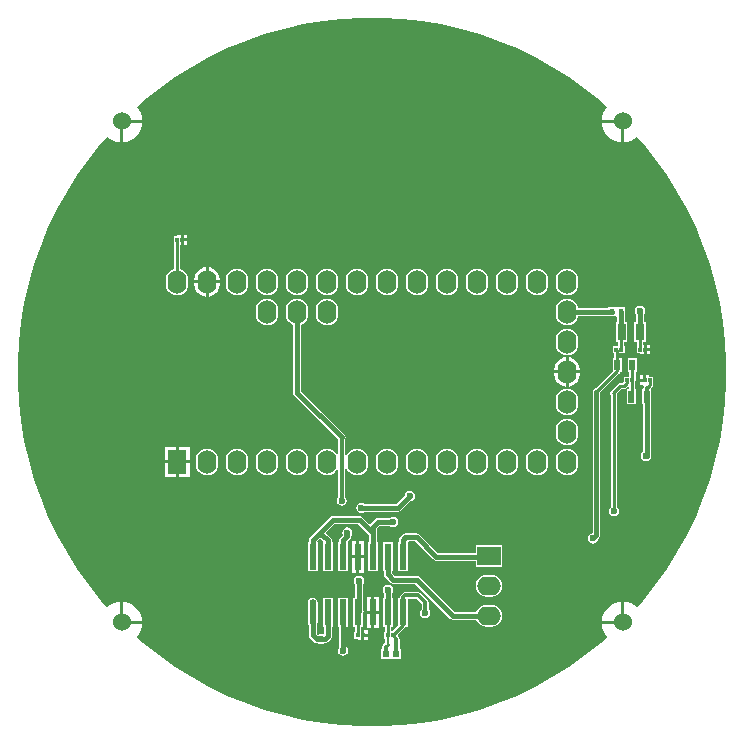
<source format=gtl>
G04*
G04 #@! TF.GenerationSoftware,Altium Limited,Altium Designer,19.1.5 (86)*
G04*
G04 Layer_Physical_Order=1*
G04 Layer_Color=255*
%FSLAX25Y25*%
%MOIN*%
G70*
G01*
G75*
%ADD15C,0.00787*%
%ADD16C,0.01575*%
%ADD20R,0.01181X0.01299*%
%ADD21R,0.01575X0.02165*%
%ADD22O,0.02200X0.08600*%
%ADD23R,0.02200X0.08600*%
%ADD24R,0.02756X0.05709*%
%ADD25R,0.02165X0.02165*%
%ADD26R,0.01968X0.03937*%
%ADD27R,0.01968X0.03543*%
%ADD42C,0.01181*%
%ADD43C,0.00945*%
%ADD44C,0.00866*%
%ADD45C,0.01000*%
%ADD46C,0.01968*%
%ADD47C,0.01457*%
%ADD48C,0.01102*%
%ADD49C,0.01535*%
%ADD50C,0.06000*%
%ADD51R,0.07874X0.06299*%
%ADD52O,0.07874X0.06299*%
%ADD53O,0.06299X0.07874*%
%ADD54R,0.06299X0.07874*%
%ADD55C,0.02362*%
G36*
X9931Y117739D02*
X16517Y116997D01*
X23051Y115886D01*
X29513Y114412D01*
X35881Y112577D01*
X42137Y110388D01*
X48260Y107852D01*
X54232Y104976D01*
X60032Y101770D01*
X65644Y98244D01*
X71050Y94409D01*
X76231Y90276D01*
X78481Y88266D01*
X77747Y87372D01*
X77106Y86172D01*
X76711Y84870D01*
X76627Y84017D01*
X83517D01*
Y83517D01*
X84017D01*
Y76627D01*
X84870Y76711D01*
X86172Y77106D01*
X87372Y77747D01*
X88266Y78481D01*
X90276Y76231D01*
X94409Y71050D01*
X98244Y65644D01*
X101770Y60032D01*
X104976Y54232D01*
X107852Y48260D01*
X110388Y42137D01*
X112577Y35881D01*
X114412Y29513D01*
X115886Y23051D01*
X116997Y16517D01*
X117739Y9931D01*
X118110Y3314D01*
Y0D01*
Y-3314D01*
X117739Y-9931D01*
X116997Y-16517D01*
X115886Y-23051D01*
X114412Y-29513D01*
X112577Y-35882D01*
X110388Y-42137D01*
X107852Y-48260D01*
X104976Y-54232D01*
X101770Y-60032D01*
X98244Y-65644D01*
X94409Y-71050D01*
X90276Y-76231D01*
X88266Y-78481D01*
X87372Y-77747D01*
X86172Y-77106D01*
X84870Y-76711D01*
X84017Y-76627D01*
Y-83517D01*
X83517D01*
Y-84017D01*
X76627D01*
X76711Y-84870D01*
X77106Y-86172D01*
X77747Y-87372D01*
X78481Y-88266D01*
X76231Y-90276D01*
X71050Y-94409D01*
X65644Y-98244D01*
X60032Y-101770D01*
X54232Y-104976D01*
X48260Y-107852D01*
X42137Y-110388D01*
X35881Y-112577D01*
X29513Y-114412D01*
X23051Y-115886D01*
X16517Y-116997D01*
X9931Y-117739D01*
X3314Y-118110D01*
X-3314D01*
X-9931Y-117739D01*
X-16517Y-116997D01*
X-23051Y-115886D01*
X-29513Y-114412D01*
X-35882Y-112577D01*
X-42137Y-110388D01*
X-48260Y-107852D01*
X-54232Y-104976D01*
X-60032Y-101770D01*
X-65644Y-98244D01*
X-71050Y-94409D01*
X-76231Y-90276D01*
X-78481Y-88266D01*
X-77747Y-87372D01*
X-77106Y-86172D01*
X-76711Y-84870D01*
X-76627Y-84017D01*
X-83517D01*
Y-83517D01*
X-84017D01*
Y-76627D01*
X-84870Y-76711D01*
X-86172Y-77106D01*
X-87372Y-77747D01*
X-88266Y-78481D01*
X-90276Y-76231D01*
X-94409Y-71050D01*
X-98244Y-65644D01*
X-101770Y-60032D01*
X-104976Y-54232D01*
X-107852Y-48260D01*
X-110388Y-42137D01*
X-112577Y-35882D01*
X-114412Y-29513D01*
X-115886Y-23051D01*
X-116997Y-16517D01*
X-117739Y-9931D01*
X-118110Y-3314D01*
Y0D01*
Y3314D01*
X-117739Y9931D01*
X-116997Y16517D01*
X-115886Y23051D01*
X-114412Y29513D01*
X-112577Y35881D01*
X-110388Y42137D01*
X-107852Y48260D01*
X-104976Y54232D01*
X-101770Y60032D01*
X-98244Y65644D01*
X-94409Y71050D01*
X-90276Y76231D01*
X-88266Y78481D01*
X-87372Y77747D01*
X-86172Y77106D01*
X-84870Y76711D01*
X-84017Y76627D01*
Y83517D01*
X-83517D01*
Y84017D01*
X-76627D01*
X-76711Y84870D01*
X-77106Y86172D01*
X-77747Y87372D01*
X-78481Y88266D01*
X-76231Y90276D01*
X-71050Y94409D01*
X-65644Y98244D01*
X-60032Y101770D01*
X-54232Y104976D01*
X-48260Y107852D01*
X-42137Y110388D01*
X-35882Y112577D01*
X-29513Y114412D01*
X-23051Y115886D01*
X-16517Y116997D01*
X-9931Y117739D01*
X-3314Y118110D01*
X3314D01*
X9931Y117739D01*
D02*
G37*
%LPC*%
G36*
X83017Y83017D02*
X76627D01*
X76711Y82163D01*
X77106Y80861D01*
X77747Y79662D01*
X78610Y78610D01*
X79662Y77747D01*
X80861Y77106D01*
X82163Y76711D01*
X83017Y76627D01*
Y83017D01*
D02*
G37*
G36*
X-76627D02*
X-83017D01*
Y76627D01*
X-82163Y76711D01*
X-80861Y77106D01*
X-79662Y77747D01*
X-78610Y78610D01*
X-77747Y79662D01*
X-77106Y80861D01*
X-76711Y82163D01*
X-76627Y83017D01*
D02*
G37*
G36*
X-61736Y45744D02*
X-62827D01*
Y44594D01*
X-61736D01*
Y45744D01*
D02*
G37*
G36*
Y43595D02*
X-62827D01*
Y42445D01*
X-61736D01*
Y43595D01*
D02*
G37*
G36*
X-54500Y34907D02*
Y30500D01*
X-50815D01*
Y30787D01*
X-50957Y31871D01*
X-51375Y32880D01*
X-52040Y33747D01*
X-52907Y34412D01*
X-53917Y34830D01*
X-54500Y34907D01*
D02*
G37*
G36*
X-55500Y34907D02*
X-56083Y34830D01*
X-57093Y34412D01*
X-57960Y33747D01*
X-58625Y32880D01*
X-59043Y31871D01*
X-59185Y30787D01*
Y30500D01*
X-55500D01*
Y34907D01*
D02*
G37*
G36*
X65000Y34468D02*
X64047Y34343D01*
X63160Y33975D01*
X62397Y33390D01*
X61812Y32628D01*
X61444Y31740D01*
X61319Y30787D01*
Y29213D01*
X61444Y28260D01*
X61812Y27372D01*
X62397Y26610D01*
X63160Y26025D01*
X64047Y25657D01*
X65000Y25532D01*
X65953Y25657D01*
X66840Y26025D01*
X67603Y26610D01*
X68188Y27372D01*
X68556Y28260D01*
X68681Y29213D01*
Y30787D01*
X68556Y31740D01*
X68188Y32628D01*
X67603Y33390D01*
X66840Y33975D01*
X65953Y34343D01*
X65000Y34468D01*
D02*
G37*
G36*
X55000D02*
X54047Y34343D01*
X53159Y33975D01*
X52397Y33390D01*
X51812Y32628D01*
X51444Y31740D01*
X51319Y30787D01*
Y29213D01*
X51444Y28260D01*
X51812Y27372D01*
X52397Y26610D01*
X53159Y26025D01*
X54047Y25657D01*
X55000Y25532D01*
X55953Y25657D01*
X56840Y26025D01*
X57603Y26610D01*
X58188Y27372D01*
X58556Y28260D01*
X58681Y29213D01*
Y30787D01*
X58556Y31740D01*
X58188Y32628D01*
X57603Y33390D01*
X56840Y33975D01*
X55953Y34343D01*
X55000Y34468D01*
D02*
G37*
G36*
X45000D02*
X44047Y34343D01*
X43159Y33975D01*
X42397Y33390D01*
X41812Y32628D01*
X41444Y31740D01*
X41319Y30787D01*
Y29213D01*
X41444Y28260D01*
X41812Y27372D01*
X42397Y26610D01*
X43159Y26025D01*
X44047Y25657D01*
X45000Y25532D01*
X45953Y25657D01*
X46841Y26025D01*
X47603Y26610D01*
X48188Y27372D01*
X48556Y28260D01*
X48681Y29213D01*
Y30787D01*
X48556Y31740D01*
X48188Y32628D01*
X47603Y33390D01*
X46841Y33975D01*
X45953Y34343D01*
X45000Y34468D01*
D02*
G37*
G36*
X35000D02*
X34047Y34343D01*
X33159Y33975D01*
X32397Y33390D01*
X31812Y32628D01*
X31444Y31740D01*
X31319Y30787D01*
Y29213D01*
X31444Y28260D01*
X31812Y27372D01*
X32397Y26610D01*
X33159Y26025D01*
X34047Y25657D01*
X35000Y25532D01*
X35953Y25657D01*
X36841Y26025D01*
X37603Y26610D01*
X38188Y27372D01*
X38556Y28260D01*
X38681Y29213D01*
Y30787D01*
X38556Y31740D01*
X38188Y32628D01*
X37603Y33390D01*
X36841Y33975D01*
X35953Y34343D01*
X35000Y34468D01*
D02*
G37*
G36*
X25000D02*
X24047Y34343D01*
X23159Y33975D01*
X22397Y33390D01*
X21812Y32628D01*
X21444Y31740D01*
X21319Y30787D01*
Y29213D01*
X21444Y28260D01*
X21812Y27372D01*
X22397Y26610D01*
X23159Y26025D01*
X24047Y25657D01*
X25000Y25532D01*
X25953Y25657D01*
X26841Y26025D01*
X27603Y26610D01*
X28188Y27372D01*
X28556Y28260D01*
X28681Y29213D01*
Y30787D01*
X28556Y31740D01*
X28188Y32628D01*
X27603Y33390D01*
X26841Y33975D01*
X25953Y34343D01*
X25000Y34468D01*
D02*
G37*
G36*
X15000D02*
X14047Y34343D01*
X13160Y33975D01*
X12397Y33390D01*
X11812Y32628D01*
X11444Y31740D01*
X11319Y30787D01*
Y29213D01*
X11444Y28260D01*
X11812Y27372D01*
X12397Y26610D01*
X13160Y26025D01*
X14047Y25657D01*
X15000Y25532D01*
X15953Y25657D01*
X16840Y26025D01*
X17603Y26610D01*
X18188Y27372D01*
X18556Y28260D01*
X18681Y29213D01*
Y30787D01*
X18556Y31740D01*
X18188Y32628D01*
X17603Y33390D01*
X16840Y33975D01*
X15953Y34343D01*
X15000Y34468D01*
D02*
G37*
G36*
X5000D02*
X4047Y34343D01*
X3159Y33975D01*
X2397Y33390D01*
X1812Y32628D01*
X1444Y31740D01*
X1319Y30787D01*
Y29213D01*
X1444Y28260D01*
X1812Y27372D01*
X2397Y26610D01*
X3159Y26025D01*
X4047Y25657D01*
X5000Y25532D01*
X5953Y25657D01*
X6841Y26025D01*
X7603Y26610D01*
X8188Y27372D01*
X8556Y28260D01*
X8681Y29213D01*
Y30787D01*
X8556Y31740D01*
X8188Y32628D01*
X7603Y33390D01*
X6841Y33975D01*
X5953Y34343D01*
X5000Y34468D01*
D02*
G37*
G36*
X-5000D02*
X-5953Y34343D01*
X-6841Y33975D01*
X-7603Y33390D01*
X-8188Y32628D01*
X-8556Y31740D01*
X-8681Y30787D01*
Y29213D01*
X-8556Y28260D01*
X-8188Y27372D01*
X-7603Y26610D01*
X-6841Y26025D01*
X-5953Y25657D01*
X-5000Y25532D01*
X-4047Y25657D01*
X-3159Y26025D01*
X-2397Y26610D01*
X-1812Y27372D01*
X-1444Y28260D01*
X-1319Y29213D01*
Y30787D01*
X-1444Y31740D01*
X-1812Y32628D01*
X-2397Y33390D01*
X-3159Y33975D01*
X-4047Y34343D01*
X-5000Y34468D01*
D02*
G37*
G36*
X-15000D02*
X-15953Y34343D01*
X-16840Y33975D01*
X-17603Y33390D01*
X-18188Y32628D01*
X-18556Y31740D01*
X-18681Y30787D01*
Y29213D01*
X-18556Y28260D01*
X-18188Y27372D01*
X-17603Y26610D01*
X-16840Y26025D01*
X-15953Y25657D01*
X-15000Y25532D01*
X-14047Y25657D01*
X-13160Y26025D01*
X-12397Y26610D01*
X-11812Y27372D01*
X-11444Y28260D01*
X-11319Y29213D01*
Y30787D01*
X-11444Y31740D01*
X-11812Y32628D01*
X-12397Y33390D01*
X-13160Y33975D01*
X-14047Y34343D01*
X-15000Y34468D01*
D02*
G37*
G36*
X-25000D02*
X-25953Y34343D01*
X-26841Y33975D01*
X-27603Y33390D01*
X-28188Y32628D01*
X-28556Y31740D01*
X-28681Y30787D01*
Y29213D01*
X-28556Y28260D01*
X-28188Y27372D01*
X-27603Y26610D01*
X-26841Y26025D01*
X-25953Y25657D01*
X-25000Y25532D01*
X-24047Y25657D01*
X-23159Y26025D01*
X-22397Y26610D01*
X-21812Y27372D01*
X-21444Y28260D01*
X-21319Y29213D01*
Y30787D01*
X-21444Y31740D01*
X-21812Y32628D01*
X-22397Y33390D01*
X-23159Y33975D01*
X-24047Y34343D01*
X-25000Y34468D01*
D02*
G37*
G36*
X-35000D02*
X-35953Y34343D01*
X-36841Y33975D01*
X-37603Y33390D01*
X-38188Y32628D01*
X-38556Y31740D01*
X-38681Y30787D01*
Y29213D01*
X-38556Y28260D01*
X-38188Y27372D01*
X-37603Y26610D01*
X-36841Y26025D01*
X-35953Y25657D01*
X-35000Y25532D01*
X-34047Y25657D01*
X-33159Y26025D01*
X-32397Y26610D01*
X-31812Y27372D01*
X-31444Y28260D01*
X-31319Y29213D01*
Y30787D01*
X-31444Y31740D01*
X-31812Y32628D01*
X-32397Y33390D01*
X-33159Y33975D01*
X-34047Y34343D01*
X-35000Y34468D01*
D02*
G37*
G36*
X-45000D02*
X-45953Y34343D01*
X-46841Y33975D01*
X-47603Y33390D01*
X-48188Y32628D01*
X-48556Y31740D01*
X-48681Y30787D01*
Y29213D01*
X-48556Y28260D01*
X-48188Y27372D01*
X-47603Y26610D01*
X-46841Y26025D01*
X-45953Y25657D01*
X-45000Y25532D01*
X-44047Y25657D01*
X-43159Y26025D01*
X-42397Y26610D01*
X-41812Y27372D01*
X-41444Y28260D01*
X-41319Y29213D01*
Y30787D01*
X-41444Y31740D01*
X-41812Y32628D01*
X-42397Y33390D01*
X-43159Y33975D01*
X-44047Y34343D01*
X-45000Y34468D01*
D02*
G37*
G36*
X-63827Y45744D02*
X-64917D01*
Y45244D01*
X-66110D01*
Y42945D01*
X-66020D01*
Y34315D01*
X-66840Y33975D01*
X-67603Y33390D01*
X-68188Y32628D01*
X-68556Y31740D01*
X-68681Y30787D01*
Y29213D01*
X-68556Y28260D01*
X-68188Y27372D01*
X-67603Y26610D01*
X-66840Y26025D01*
X-65953Y25657D01*
X-65000Y25532D01*
X-64047Y25657D01*
X-63160Y26025D01*
X-62397Y26610D01*
X-61812Y27372D01*
X-61444Y28260D01*
X-61319Y29213D01*
Y30787D01*
X-61444Y31740D01*
X-61812Y32628D01*
X-62397Y33390D01*
X-63160Y33975D01*
X-63980Y34315D01*
Y42445D01*
X-63827D01*
Y44094D01*
Y45744D01*
D02*
G37*
G36*
X-50815Y29500D02*
X-54500D01*
Y25093D01*
X-53917Y25170D01*
X-52907Y25588D01*
X-52040Y26253D01*
X-51375Y27120D01*
X-50957Y28129D01*
X-50815Y29213D01*
Y29500D01*
D02*
G37*
G36*
X-55500D02*
X-59185D01*
Y29213D01*
X-59043Y28129D01*
X-58625Y27120D01*
X-57960Y26253D01*
X-57093Y25588D01*
X-56083Y25170D01*
X-55500Y25093D01*
Y29500D01*
D02*
G37*
G36*
X-15000Y24468D02*
X-15953Y24343D01*
X-16840Y23975D01*
X-17603Y23390D01*
X-18188Y22628D01*
X-18556Y21740D01*
X-18681Y20787D01*
Y19213D01*
X-18556Y18260D01*
X-18188Y17372D01*
X-17603Y16610D01*
X-16840Y16025D01*
X-15953Y15657D01*
X-15000Y15531D01*
X-14047Y15657D01*
X-13160Y16025D01*
X-12397Y16610D01*
X-11812Y17372D01*
X-11444Y18260D01*
X-11319Y19213D01*
Y20787D01*
X-11444Y21740D01*
X-11812Y22628D01*
X-12397Y23390D01*
X-13160Y23975D01*
X-14047Y24343D01*
X-15000Y24468D01*
D02*
G37*
G36*
X-35000D02*
X-35953Y24343D01*
X-36841Y23975D01*
X-37603Y23390D01*
X-38188Y22628D01*
X-38556Y21740D01*
X-38681Y20787D01*
Y19213D01*
X-38556Y18260D01*
X-38188Y17372D01*
X-37603Y16610D01*
X-36841Y16025D01*
X-35953Y15657D01*
X-35000Y15531D01*
X-34047Y15657D01*
X-33159Y16025D01*
X-32397Y16610D01*
X-31812Y17372D01*
X-31444Y18260D01*
X-31319Y19213D01*
Y20787D01*
X-31444Y21740D01*
X-31812Y22628D01*
X-32397Y23390D01*
X-33159Y23975D01*
X-34047Y24343D01*
X-35000Y24468D01*
D02*
G37*
G36*
X92614Y9130D02*
X91524D01*
Y7980D01*
X92614D01*
Y9130D01*
D02*
G37*
G36*
Y6980D02*
X91524D01*
Y5831D01*
X92614D01*
Y6980D01*
D02*
G37*
G36*
X89272Y22088D02*
X88616Y21958D01*
X88060Y21586D01*
X87688Y21030D01*
X87558Y20374D01*
X87688Y19718D01*
X87959Y19313D01*
Y16740D01*
X87394D01*
Y10031D01*
X88252D01*
Y8630D01*
X88240D01*
Y6331D01*
X89433D01*
Y5831D01*
X90524D01*
Y7480D01*
Y9130D01*
X90291D01*
Y10031D01*
X91150D01*
Y16740D01*
X90584D01*
Y19313D01*
X90855Y19718D01*
X90986Y20374D01*
X90855Y21030D01*
X90484Y21586D01*
X89928Y21958D01*
X89272Y22088D01*
D02*
G37*
G36*
X65000Y14469D02*
X64047Y14343D01*
X63160Y13975D01*
X62397Y13390D01*
X61812Y12628D01*
X61444Y11740D01*
X61319Y10787D01*
Y9213D01*
X61444Y8260D01*
X61812Y7372D01*
X62397Y6610D01*
X63160Y6025D01*
X64047Y5657D01*
X65000Y5531D01*
X65953Y5657D01*
X66840Y6025D01*
X67603Y6610D01*
X68188Y7372D01*
X68556Y8260D01*
X68681Y9213D01*
Y10787D01*
X68556Y11740D01*
X68188Y12628D01*
X67603Y13390D01*
X66840Y13975D01*
X65953Y14343D01*
X65000Y14469D01*
D02*
G37*
G36*
X65500Y4907D02*
Y500D01*
X69185D01*
Y787D01*
X69043Y1871D01*
X68625Y2880D01*
X67959Y3747D01*
X67093Y4412D01*
X66083Y4830D01*
X65500Y4907D01*
D02*
G37*
G36*
X64500Y4907D02*
X63917Y4830D01*
X62907Y4412D01*
X62041Y3747D01*
X61375Y2880D01*
X60957Y1871D01*
X60815Y787D01*
Y500D01*
X64500D01*
Y4907D01*
D02*
G37*
G36*
X90386Y-1106D02*
X89295D01*
Y-2256D01*
X90386D01*
Y-1106D01*
D02*
G37*
G36*
X64500Y-500D02*
X60815D01*
Y-787D01*
X60957Y-1871D01*
X61375Y-2880D01*
X62041Y-3747D01*
X62907Y-4412D01*
X63917Y-4830D01*
X64500Y-4907D01*
Y-500D01*
D02*
G37*
G36*
X69185D02*
X65500D01*
Y-4907D01*
X66083Y-4830D01*
X67093Y-4412D01*
X67959Y-3747D01*
X68625Y-2880D01*
X69043Y-1871D01*
X69185Y-787D01*
Y-500D01*
D02*
G37*
G36*
X92476Y-1106D02*
X91386D01*
Y-2756D01*
X90886D01*
Y-3256D01*
X89295D01*
Y-4405D01*
X90230D01*
X90507Y-4888D01*
X90505Y-4905D01*
X90424Y-5315D01*
Y-5799D01*
X90051D01*
Y-10736D01*
X90223D01*
Y-26676D01*
X90127Y-26741D01*
X89755Y-27297D01*
X89625Y-27953D01*
X89755Y-28609D01*
X90127Y-29165D01*
X90683Y-29536D01*
X91339Y-29667D01*
X91995Y-29536D01*
X92551Y-29165D01*
X92922Y-28609D01*
X93053Y-27953D01*
X92922Y-27297D01*
X92848Y-27186D01*
Y-10736D01*
X93020D01*
Y-5799D01*
X93020D01*
X93053Y-5313D01*
X93278Y-5089D01*
X93510Y-4741D01*
X93584Y-4370D01*
X93591Y-4331D01*
X93669Y-3906D01*
X93669Y-3906D01*
Y-1606D01*
X92476D01*
Y-1106D01*
D02*
G37*
G36*
X88295Y4634D02*
X85327D01*
Y91D01*
X85791D01*
Y-1606D01*
X83890D01*
Y-3291D01*
X83476Y-3705D01*
X82677D01*
X82287Y-3782D01*
X81956Y-4003D01*
X79594Y-6366D01*
X79373Y-6696D01*
X79295Y-7087D01*
X79373Y-7477D01*
X79594Y-7808D01*
X79689Y-7903D01*
Y-45116D01*
X79497Y-45245D01*
X79125Y-45801D01*
X78995Y-46457D01*
X79125Y-47113D01*
X79497Y-47669D01*
X80053Y-48040D01*
X80709Y-48171D01*
X81365Y-48040D01*
X81921Y-47669D01*
X82292Y-47113D01*
X82423Y-46457D01*
X82292Y-45801D01*
X81921Y-45245D01*
X81728Y-45116D01*
Y-7480D01*
X81668Y-7176D01*
X83100Y-5744D01*
X83858D01*
X84249Y-5666D01*
X84579Y-5445D01*
X84659Y-5326D01*
X85161Y-4824D01*
X85623Y-5015D01*
Y-5799D01*
X84933D01*
Y-10736D01*
X87902D01*
Y-5799D01*
X87606D01*
Y-3906D01*
X87764D01*
Y-2895D01*
X87831Y-2559D01*
Y91D01*
X88295D01*
Y4634D01*
D02*
G37*
G36*
X65000Y-5531D02*
X64047Y-5657D01*
X63160Y-6025D01*
X62397Y-6610D01*
X61812Y-7372D01*
X61444Y-8260D01*
X61319Y-9213D01*
Y-10787D01*
X61444Y-11740D01*
X61812Y-12628D01*
X62397Y-13390D01*
X63160Y-13975D01*
X64047Y-14343D01*
X65000Y-14469D01*
X65953Y-14343D01*
X66840Y-13975D01*
X67603Y-13390D01*
X68188Y-12628D01*
X68556Y-11740D01*
X68681Y-10787D01*
Y-9213D01*
X68556Y-8260D01*
X68188Y-7372D01*
X67603Y-6610D01*
X66840Y-6025D01*
X65953Y-5657D01*
X65000Y-5531D01*
D02*
G37*
G36*
Y-15531D02*
X64047Y-15657D01*
X63160Y-16025D01*
X62397Y-16610D01*
X61812Y-17372D01*
X61444Y-18260D01*
X61319Y-19213D01*
Y-20787D01*
X61444Y-21740D01*
X61812Y-22628D01*
X62397Y-23390D01*
X63160Y-23975D01*
X64047Y-24343D01*
X65000Y-24468D01*
X65953Y-24343D01*
X66840Y-23975D01*
X67603Y-23390D01*
X68188Y-22628D01*
X68556Y-21740D01*
X68681Y-20787D01*
Y-19213D01*
X68556Y-18260D01*
X68188Y-17372D01*
X67603Y-16610D01*
X66840Y-16025D01*
X65953Y-15657D01*
X65000Y-15531D01*
D02*
G37*
G36*
X-25000Y24468D02*
X-25953Y24343D01*
X-26841Y23975D01*
X-27603Y23390D01*
X-28188Y22628D01*
X-28556Y21740D01*
X-28681Y20787D01*
Y19213D01*
X-28556Y18260D01*
X-28188Y17372D01*
X-27603Y16610D01*
X-26841Y16025D01*
X-26313Y15806D01*
Y-6890D01*
X-26213Y-7392D01*
X-25928Y-7818D01*
X-11374Y-22372D01*
Y-27156D01*
X-11557Y-27246D01*
X-11874Y-27291D01*
X-12397Y-26610D01*
X-13160Y-26025D01*
X-14047Y-25657D01*
X-15000Y-25532D01*
X-15953Y-25657D01*
X-16840Y-26025D01*
X-17603Y-26610D01*
X-18188Y-27372D01*
X-18556Y-28260D01*
X-18681Y-29213D01*
Y-30787D01*
X-18556Y-31740D01*
X-18188Y-32628D01*
X-17603Y-33390D01*
X-16840Y-33975D01*
X-15953Y-34343D01*
X-15000Y-34468D01*
X-14047Y-34343D01*
X-13160Y-33975D01*
X-12397Y-33390D01*
X-11874Y-32709D01*
X-11557Y-32754D01*
X-11374Y-32844D01*
Y-41762D01*
X-11706Y-42257D01*
X-11836Y-42913D01*
X-11706Y-43569D01*
X-11334Y-44125D01*
X-10778Y-44497D01*
X-10122Y-44627D01*
X-9466Y-44497D01*
X-8910Y-44125D01*
X-8539Y-43569D01*
X-8408Y-42913D01*
X-8539Y-42257D01*
X-8870Y-41762D01*
Y-32289D01*
X-8370Y-32189D01*
X-8188Y-32628D01*
X-7603Y-33390D01*
X-6841Y-33975D01*
X-5953Y-34343D01*
X-5000Y-34468D01*
X-4047Y-34343D01*
X-3159Y-33975D01*
X-2397Y-33390D01*
X-1812Y-32628D01*
X-1444Y-31740D01*
X-1319Y-30787D01*
Y-29213D01*
X-1444Y-28260D01*
X-1812Y-27372D01*
X-2397Y-26610D01*
X-3159Y-26025D01*
X-4047Y-25657D01*
X-5000Y-25532D01*
X-5953Y-25657D01*
X-6841Y-26025D01*
X-7603Y-26610D01*
X-8188Y-27372D01*
X-8370Y-27811D01*
X-8870Y-27711D01*
Y-22070D01*
X-8809Y-21768D01*
X-8909Y-21265D01*
X-9194Y-20840D01*
X-23687Y-6346D01*
Y15806D01*
X-23159Y16025D01*
X-22397Y16610D01*
X-21812Y17372D01*
X-21444Y18260D01*
X-21319Y19213D01*
Y20787D01*
X-21444Y21740D01*
X-21812Y22628D01*
X-22397Y23390D01*
X-23159Y23975D01*
X-24047Y24343D01*
X-25000Y24468D01*
D02*
G37*
G36*
X-60850Y-25063D02*
X-64500D01*
Y-29500D01*
X-60850D01*
Y-25063D01*
D02*
G37*
G36*
X-65500D02*
X-69150D01*
Y-29500D01*
X-65500D01*
Y-25063D01*
D02*
G37*
G36*
X65000Y-25532D02*
X64047Y-25657D01*
X63160Y-26025D01*
X62397Y-26610D01*
X61812Y-27372D01*
X61444Y-28260D01*
X61319Y-29213D01*
Y-30787D01*
X61444Y-31740D01*
X61812Y-32628D01*
X62397Y-33390D01*
X63160Y-33975D01*
X64047Y-34343D01*
X65000Y-34468D01*
X65953Y-34343D01*
X66840Y-33975D01*
X67603Y-33390D01*
X68188Y-32628D01*
X68556Y-31740D01*
X68681Y-30787D01*
Y-29213D01*
X68556Y-28260D01*
X68188Y-27372D01*
X67603Y-26610D01*
X66840Y-26025D01*
X65953Y-25657D01*
X65000Y-25532D01*
D02*
G37*
G36*
X55000D02*
X54047Y-25657D01*
X53159Y-26025D01*
X52397Y-26610D01*
X51812Y-27372D01*
X51444Y-28260D01*
X51319Y-29213D01*
Y-30787D01*
X51444Y-31740D01*
X51812Y-32628D01*
X52397Y-33390D01*
X53159Y-33975D01*
X54047Y-34343D01*
X55000Y-34468D01*
X55953Y-34343D01*
X56840Y-33975D01*
X57603Y-33390D01*
X58188Y-32628D01*
X58556Y-31740D01*
X58681Y-30787D01*
Y-29213D01*
X58556Y-28260D01*
X58188Y-27372D01*
X57603Y-26610D01*
X56840Y-26025D01*
X55953Y-25657D01*
X55000Y-25532D01*
D02*
G37*
G36*
X45000D02*
X44047Y-25657D01*
X43159Y-26025D01*
X42397Y-26610D01*
X41812Y-27372D01*
X41444Y-28260D01*
X41319Y-29213D01*
Y-30787D01*
X41444Y-31740D01*
X41812Y-32628D01*
X42397Y-33390D01*
X43159Y-33975D01*
X44047Y-34343D01*
X45000Y-34468D01*
X45953Y-34343D01*
X46841Y-33975D01*
X47603Y-33390D01*
X48188Y-32628D01*
X48556Y-31740D01*
X48681Y-30787D01*
Y-29213D01*
X48556Y-28260D01*
X48188Y-27372D01*
X47603Y-26610D01*
X46841Y-26025D01*
X45953Y-25657D01*
X45000Y-25532D01*
D02*
G37*
G36*
X35000D02*
X34047Y-25657D01*
X33159Y-26025D01*
X32397Y-26610D01*
X31812Y-27372D01*
X31444Y-28260D01*
X31319Y-29213D01*
Y-30787D01*
X31444Y-31740D01*
X31812Y-32628D01*
X32397Y-33390D01*
X33159Y-33975D01*
X34047Y-34343D01*
X35000Y-34468D01*
X35953Y-34343D01*
X36841Y-33975D01*
X37603Y-33390D01*
X38188Y-32628D01*
X38556Y-31740D01*
X38681Y-30787D01*
Y-29213D01*
X38556Y-28260D01*
X38188Y-27372D01*
X37603Y-26610D01*
X36841Y-26025D01*
X35953Y-25657D01*
X35000Y-25532D01*
D02*
G37*
G36*
X25000D02*
X24047Y-25657D01*
X23159Y-26025D01*
X22397Y-26610D01*
X21812Y-27372D01*
X21444Y-28260D01*
X21319Y-29213D01*
Y-30787D01*
X21444Y-31740D01*
X21812Y-32628D01*
X22397Y-33390D01*
X23159Y-33975D01*
X24047Y-34343D01*
X25000Y-34468D01*
X25953Y-34343D01*
X26841Y-33975D01*
X27603Y-33390D01*
X28188Y-32628D01*
X28556Y-31740D01*
X28681Y-30787D01*
Y-29213D01*
X28556Y-28260D01*
X28188Y-27372D01*
X27603Y-26610D01*
X26841Y-26025D01*
X25953Y-25657D01*
X25000Y-25532D01*
D02*
G37*
G36*
X15000D02*
X14047Y-25657D01*
X13160Y-26025D01*
X12397Y-26610D01*
X11812Y-27372D01*
X11444Y-28260D01*
X11319Y-29213D01*
Y-30787D01*
X11444Y-31740D01*
X11812Y-32628D01*
X12397Y-33390D01*
X13160Y-33975D01*
X14047Y-34343D01*
X15000Y-34468D01*
X15953Y-34343D01*
X16840Y-33975D01*
X17603Y-33390D01*
X18188Y-32628D01*
X18556Y-31740D01*
X18681Y-30787D01*
Y-29213D01*
X18556Y-28260D01*
X18188Y-27372D01*
X17603Y-26610D01*
X16840Y-26025D01*
X15953Y-25657D01*
X15000Y-25532D01*
D02*
G37*
G36*
X5000D02*
X4047Y-25657D01*
X3159Y-26025D01*
X2397Y-26610D01*
X1812Y-27372D01*
X1444Y-28260D01*
X1319Y-29213D01*
Y-30787D01*
X1444Y-31740D01*
X1812Y-32628D01*
X2397Y-33390D01*
X3159Y-33975D01*
X4047Y-34343D01*
X5000Y-34468D01*
X5953Y-34343D01*
X6841Y-33975D01*
X7603Y-33390D01*
X8188Y-32628D01*
X8556Y-31740D01*
X8681Y-30787D01*
Y-29213D01*
X8556Y-28260D01*
X8188Y-27372D01*
X7603Y-26610D01*
X6841Y-26025D01*
X5953Y-25657D01*
X5000Y-25532D01*
D02*
G37*
G36*
X-25000D02*
X-25953Y-25657D01*
X-26841Y-26025D01*
X-27603Y-26610D01*
X-28188Y-27372D01*
X-28556Y-28260D01*
X-28681Y-29213D01*
Y-30787D01*
X-28556Y-31740D01*
X-28188Y-32628D01*
X-27603Y-33390D01*
X-26841Y-33975D01*
X-25953Y-34343D01*
X-25000Y-34468D01*
X-24047Y-34343D01*
X-23159Y-33975D01*
X-22397Y-33390D01*
X-21812Y-32628D01*
X-21444Y-31740D01*
X-21319Y-30787D01*
Y-29213D01*
X-21444Y-28260D01*
X-21812Y-27372D01*
X-22397Y-26610D01*
X-23159Y-26025D01*
X-24047Y-25657D01*
X-25000Y-25532D01*
D02*
G37*
G36*
X-35000D02*
X-35953Y-25657D01*
X-36841Y-26025D01*
X-37603Y-26610D01*
X-38188Y-27372D01*
X-38556Y-28260D01*
X-38681Y-29213D01*
Y-30787D01*
X-38556Y-31740D01*
X-38188Y-32628D01*
X-37603Y-33390D01*
X-36841Y-33975D01*
X-35953Y-34343D01*
X-35000Y-34468D01*
X-34047Y-34343D01*
X-33159Y-33975D01*
X-32397Y-33390D01*
X-31812Y-32628D01*
X-31444Y-31740D01*
X-31319Y-30787D01*
Y-29213D01*
X-31444Y-28260D01*
X-31812Y-27372D01*
X-32397Y-26610D01*
X-33159Y-26025D01*
X-34047Y-25657D01*
X-35000Y-25532D01*
D02*
G37*
G36*
X-45000D02*
X-45953Y-25657D01*
X-46841Y-26025D01*
X-47603Y-26610D01*
X-48188Y-27372D01*
X-48556Y-28260D01*
X-48681Y-29213D01*
Y-30787D01*
X-48556Y-31740D01*
X-48188Y-32628D01*
X-47603Y-33390D01*
X-46841Y-33975D01*
X-45953Y-34343D01*
X-45000Y-34468D01*
X-44047Y-34343D01*
X-43159Y-33975D01*
X-42397Y-33390D01*
X-41812Y-32628D01*
X-41444Y-31740D01*
X-41319Y-30787D01*
Y-29213D01*
X-41444Y-28260D01*
X-41812Y-27372D01*
X-42397Y-26610D01*
X-43159Y-26025D01*
X-44047Y-25657D01*
X-45000Y-25532D01*
D02*
G37*
G36*
X-55000D02*
X-55953Y-25657D01*
X-56840Y-26025D01*
X-57603Y-26610D01*
X-58188Y-27372D01*
X-58556Y-28260D01*
X-58681Y-29213D01*
Y-30787D01*
X-58556Y-31740D01*
X-58188Y-32628D01*
X-57603Y-33390D01*
X-56840Y-33975D01*
X-55953Y-34343D01*
X-55000Y-34468D01*
X-54047Y-34343D01*
X-53159Y-33975D01*
X-52397Y-33390D01*
X-51812Y-32628D01*
X-51444Y-31740D01*
X-51319Y-30787D01*
Y-29213D01*
X-51444Y-28260D01*
X-51812Y-27372D01*
X-52397Y-26610D01*
X-53159Y-26025D01*
X-54047Y-25657D01*
X-55000Y-25532D01*
D02*
G37*
G36*
X-60850Y-30500D02*
X-64500D01*
Y-34937D01*
X-60850D01*
Y-30500D01*
D02*
G37*
G36*
X-65500D02*
X-69150D01*
Y-34937D01*
X-65500D01*
Y-30500D01*
D02*
G37*
G36*
X12598Y-39625D02*
X11942Y-39755D01*
X11386Y-40127D01*
X11015Y-40683D01*
X10920Y-41161D01*
X8118Y-43963D01*
X-2482D01*
X-2887Y-43692D01*
X-3543Y-43562D01*
X-4199Y-43692D01*
X-4755Y-44064D01*
X-5127Y-44620D01*
X-5257Y-45276D01*
X-5127Y-45932D01*
X-4755Y-46488D01*
X-4199Y-46859D01*
X-3543Y-46990D01*
X-2887Y-46859D01*
X-2482Y-46588D01*
X8661D01*
X9164Y-46488D01*
X9590Y-46204D01*
X12776Y-43017D01*
X13254Y-42922D01*
X13810Y-42551D01*
X14182Y-41995D01*
X14312Y-41339D01*
X14182Y-40683D01*
X13810Y-40127D01*
X13254Y-39755D01*
X12598Y-39625D01*
D02*
G37*
G36*
X-4150Y-48081D02*
X-13173D01*
X-13676Y-48181D01*
X-14101Y-48465D01*
X-19038Y-53403D01*
X-20653Y-55017D01*
X-20937Y-55443D01*
X-21037Y-55945D01*
Y-56766D01*
X-21324D01*
Y-66366D01*
X-18124D01*
Y-56766D01*
X-18124D01*
X-18189Y-56266D01*
X-17567Y-55643D01*
X-17079D01*
X-16418Y-56305D01*
X-16324Y-56766D01*
X-16324D01*
Y-66366D01*
X-13124D01*
Y-56766D01*
X-13412D01*
Y-56142D01*
X-13512Y-55639D01*
X-13796Y-55214D01*
X-15466Y-53543D01*
X-12630Y-50706D01*
X-4693D01*
X-1037Y-54363D01*
Y-56766D01*
X-1324D01*
Y-66366D01*
X1876D01*
Y-56766D01*
X1588D01*
Y-55254D01*
X1606Y-55227D01*
X1706Y-54724D01*
Y-52118D01*
X2512Y-51313D01*
X6025D01*
X6431Y-51584D01*
X7087Y-51714D01*
X7743Y-51584D01*
X8299Y-51212D01*
X8670Y-50656D01*
X8801Y-50000D01*
X8670Y-49344D01*
X8299Y-48788D01*
X7743Y-48416D01*
X7087Y-48286D01*
X6431Y-48416D01*
X6025Y-48687D01*
X1969D01*
X1466Y-48787D01*
X1040Y-49072D01*
X-534Y-50647D01*
X-995Y-50692D01*
X-3221Y-48465D01*
X-3647Y-48181D01*
X-4150Y-48081D01*
D02*
G37*
G36*
X-8268Y-51829D02*
X-8924Y-51960D01*
X-9480Y-52331D01*
X-9851Y-52887D01*
X-9982Y-53543D01*
X-9851Y-54199D01*
X-9750Y-54351D01*
X-10653Y-55253D01*
X-10937Y-55679D01*
X-11037Y-56181D01*
Y-56766D01*
X-11324D01*
Y-66366D01*
X-8124D01*
Y-56766D01*
X-8124D01*
X-8003Y-56316D01*
X-7340Y-55653D01*
X-7055Y-55227D01*
X-6955Y-54724D01*
Y-54605D01*
X-6684Y-54199D01*
X-6554Y-53543D01*
X-6684Y-52887D01*
X-7056Y-52331D01*
X-7612Y-51960D01*
X-8268Y-51829D01*
D02*
G37*
G36*
X65000Y24468D02*
X64047Y24343D01*
X63160Y23975D01*
X62397Y23390D01*
X61812Y22628D01*
X61444Y21740D01*
X61319Y20787D01*
Y19213D01*
X61444Y18260D01*
X61812Y17372D01*
X62397Y16610D01*
X63160Y16025D01*
X64047Y15657D01*
X65000Y15531D01*
X65953Y15657D01*
X66840Y16025D01*
X67603Y16610D01*
X68188Y17372D01*
X68556Y18260D01*
X68615Y18708D01*
X78732D01*
Y18496D01*
X81180D01*
X81307Y18496D01*
X81680Y18189D01*
Y16740D01*
X81291D01*
Y10031D01*
X82120D01*
Y8630D01*
X80354D01*
Y6331D01*
X80545D01*
Y4634D01*
X80209D01*
Y155D01*
X74642Y-5412D01*
X74301Y-5480D01*
X73875Y-5765D01*
X73590Y-6191D01*
X73491Y-6693D01*
Y-53787D01*
X73444Y-53833D01*
X72966Y-53928D01*
X72410Y-54300D01*
X72039Y-54856D01*
X71908Y-55512D01*
X72039Y-56168D01*
X72410Y-56724D01*
X72966Y-57095D01*
X73622Y-57226D01*
X74278Y-57095D01*
X74834Y-56724D01*
X75206Y-56168D01*
X75301Y-55689D01*
X75731Y-55259D01*
X76016Y-54833D01*
X76116Y-54331D01*
Y-6822D01*
X82414Y-524D01*
X82635Y-193D01*
X82691Y91D01*
X83177D01*
Y4634D01*
X82447D01*
Y6331D01*
X84216D01*
Y8630D01*
X84022D01*
Y10031D01*
X85047D01*
Y16740D01*
X84265D01*
Y20079D01*
X84260Y20105D01*
Y21661D01*
X81807D01*
X81685Y21661D01*
X81307D01*
X81185Y21661D01*
X78732D01*
Y21293D01*
X68615D01*
X68556Y21740D01*
X68188Y22628D01*
X67603Y23390D01*
X66840Y23975D01*
X65953Y24343D01*
X65000Y24468D01*
D02*
G37*
G36*
X-2624Y-56266D02*
X-4224D01*
Y-61066D01*
X-2624D01*
Y-56266D01*
D02*
G37*
G36*
X-5224D02*
X-6824D01*
Y-61066D01*
X-5224D01*
Y-56266D01*
D02*
G37*
G36*
X14961Y-53806D02*
X11024D01*
X10521Y-53905D01*
X10095Y-54190D01*
X9347Y-54938D01*
X9063Y-55364D01*
X8963Y-55866D01*
Y-56766D01*
X8676D01*
Y-66366D01*
X11876D01*
Y-56766D01*
X12237Y-56431D01*
X14417D01*
X20481Y-62494D01*
X20906Y-62779D01*
X21409Y-62879D01*
X34539D01*
Y-64909D01*
X43413D01*
Y-57610D01*
X34539D01*
Y-60254D01*
X21952D01*
X15889Y-54190D01*
X15463Y-53905D01*
X14961Y-53806D01*
D02*
G37*
G36*
X-2624Y-62066D02*
X-4224D01*
Y-66866D01*
X-2624D01*
Y-62066D01*
D02*
G37*
G36*
X-5224D02*
X-6824D01*
Y-66866D01*
X-5224D01*
Y-62066D01*
D02*
G37*
G36*
X39764Y-67579D02*
X38189D01*
X37236Y-67704D01*
X36348Y-68072D01*
X35586Y-68657D01*
X35001Y-69419D01*
X34633Y-70307D01*
X34508Y-71260D01*
X34633Y-72213D01*
X35001Y-73100D01*
X35586Y-73863D01*
X36348Y-74448D01*
X37236Y-74815D01*
X38189Y-74941D01*
X39764D01*
X40716Y-74815D01*
X41604Y-74448D01*
X42367Y-73863D01*
X42952Y-73100D01*
X43319Y-72213D01*
X43445Y-71260D01*
X43319Y-70307D01*
X42952Y-69419D01*
X42367Y-68657D01*
X41604Y-68072D01*
X40716Y-67704D01*
X39764Y-67579D01*
D02*
G37*
G36*
X2376Y-74866D02*
X776D01*
Y-79666D01*
X2376D01*
Y-74866D01*
D02*
G37*
G36*
X-224D02*
X-1824D01*
Y-79666D01*
X-224D01*
Y-74866D01*
D02*
G37*
G36*
X5276Y-70884D02*
X4620Y-71015D01*
X4064Y-71386D01*
X3692Y-71943D01*
X3562Y-72598D01*
X3692Y-73254D01*
X3963Y-73660D01*
Y-75366D01*
X3676D01*
Y-84966D01*
X4284D01*
Y-86646D01*
X4126D01*
Y-88945D01*
X4364D01*
Y-90183D01*
X3912Y-90635D01*
X3741Y-90749D01*
X3500Y-91110D01*
X3416Y-91535D01*
Y-92512D01*
X2945D01*
Y-95677D01*
X6110D01*
Y-95677D01*
X6488D01*
Y-95677D01*
X9653D01*
Y-92512D01*
X9183D01*
Y-89016D01*
X9098Y-88590D01*
X8857Y-88230D01*
X8658Y-88097D01*
X8543Y-87603D01*
X8557Y-87491D01*
X10691Y-85357D01*
X11033Y-85128D01*
X11142Y-84966D01*
X11876D01*
Y-75521D01*
X14894D01*
X16605Y-77232D01*
Y-79036D01*
X16504Y-79103D01*
X16133Y-79659D01*
X16003Y-80315D01*
X16133Y-80971D01*
X16504Y-81527D01*
X17061Y-81898D01*
X17717Y-82029D01*
X18372Y-81898D01*
X18928Y-81527D01*
X19300Y-80971D01*
X19431Y-80315D01*
X19300Y-79659D01*
X18928Y-79103D01*
X18828Y-79036D01*
Y-76772D01*
X18828Y-76772D01*
X18744Y-76346D01*
X18503Y-75985D01*
X18503Y-75985D01*
X16141Y-73623D01*
X15780Y-73382D01*
X15354Y-73298D01*
X15354Y-73298D01*
X11024D01*
X10598Y-73382D01*
X10237Y-73623D01*
X10237Y-73623D01*
X9564Y-74297D01*
X9323Y-74658D01*
X9238Y-75083D01*
X8872Y-75366D01*
X8676D01*
Y-84568D01*
X6767Y-86476D01*
X6267Y-86269D01*
Y-84966D01*
X6876D01*
Y-75366D01*
X6588D01*
Y-73660D01*
X6859Y-73254D01*
X6990Y-72598D01*
X6859Y-71943D01*
X6488Y-71386D01*
X5931Y-71015D01*
X5276Y-70884D01*
D02*
G37*
G36*
X83017Y-76627D02*
X82163Y-76711D01*
X80861Y-77106D01*
X79662Y-77747D01*
X78610Y-78610D01*
X77747Y-79662D01*
X77106Y-80861D01*
X76711Y-82163D01*
X76627Y-83017D01*
X83017D01*
Y-76627D01*
D02*
G37*
G36*
X-83017D02*
Y-83017D01*
X-76627D01*
X-76711Y-82163D01*
X-77106Y-80861D01*
X-77747Y-79662D01*
X-78610Y-78610D01*
X-79662Y-77747D01*
X-80861Y-77106D01*
X-82163Y-76711D01*
X-83017Y-76627D01*
D02*
G37*
G36*
X6876Y-56766D02*
X3676D01*
Y-66366D01*
X3963D01*
Y-67480D01*
X4063Y-67983D01*
X4347Y-68409D01*
X6159Y-70219D01*
X6584Y-70504D01*
X7087Y-70604D01*
X14417D01*
X26001Y-82188D01*
X26427Y-82473D01*
X26929Y-82573D01*
X34782D01*
X35001Y-83100D01*
X35586Y-83863D01*
X36348Y-84448D01*
X37236Y-84816D01*
X38189Y-84941D01*
X39764D01*
X40716Y-84816D01*
X41604Y-84448D01*
X42367Y-83863D01*
X42952Y-83100D01*
X43319Y-82213D01*
X43445Y-81260D01*
X43319Y-80307D01*
X42952Y-79419D01*
X42367Y-78657D01*
X41604Y-78072D01*
X40716Y-77704D01*
X39764Y-77579D01*
X38189D01*
X37236Y-77704D01*
X36348Y-78072D01*
X35586Y-78657D01*
X35001Y-79419D01*
X34782Y-79947D01*
X27473D01*
X15889Y-68363D01*
X15463Y-68079D01*
X14961Y-67979D01*
X7630D01*
X6588Y-66937D01*
Y-66366D01*
X6876D01*
Y-56766D01*
D02*
G37*
G36*
X2376Y-80666D02*
X776D01*
Y-85466D01*
X2376D01*
Y-80666D01*
D02*
G37*
G36*
X-224D02*
X-1824D01*
Y-85466D01*
X-224D01*
Y-80666D01*
D02*
G37*
G36*
X-1480Y-86146D02*
X-2571D01*
Y-87295D01*
X-1480D01*
Y-86146D01*
D02*
G37*
G36*
Y-88295D02*
X-2571D01*
Y-89445D01*
X-1480D01*
Y-88295D01*
D02*
G37*
G36*
X-4331Y-67971D02*
X-4987Y-68102D01*
X-5543Y-68473D01*
X-5914Y-69029D01*
X-6045Y-69685D01*
X-5914Y-70341D01*
X-5643Y-70746D01*
Y-75366D01*
X-6324D01*
Y-84966D01*
X-5716D01*
Y-86646D01*
X-5854D01*
Y-88945D01*
X-4661D01*
Y-89445D01*
X-3571D01*
Y-87795D01*
Y-86146D01*
X-3733D01*
Y-84966D01*
X-3124D01*
Y-80639D01*
X-2933Y-80352D01*
X-2817Y-79772D01*
X-2933Y-79193D01*
X-3018Y-79065D01*
Y-70746D01*
X-2747Y-70341D01*
X-2617Y-69685D01*
X-2747Y-69029D01*
X-3119Y-68473D01*
X-3675Y-68102D01*
X-4331Y-67971D01*
D02*
G37*
G36*
X-19724Y-75335D02*
X-20349Y-75459D01*
X-20878Y-75813D01*
X-21232Y-76342D01*
X-21356Y-76966D01*
Y-83366D01*
X-21232Y-83990D01*
X-21037Y-84282D01*
Y-87756D01*
X-20937Y-88258D01*
X-20653Y-88684D01*
X-19432Y-89904D01*
X-19006Y-90189D01*
X-18504Y-90289D01*
X-18187D01*
X-17782Y-90560D01*
X-17126Y-90690D01*
X-16470Y-90560D01*
X-16065Y-90289D01*
X-15748D01*
X-15246Y-90189D01*
X-14820Y-89904D01*
X-13796Y-88881D01*
X-13512Y-88455D01*
X-13412Y-87953D01*
Y-84966D01*
X-13124D01*
Y-75366D01*
X-16324D01*
Y-84966D01*
X-16037D01*
Y-87081D01*
X-16369Y-87320D01*
X-16537Y-87379D01*
X-17126Y-87262D01*
X-17782Y-87393D01*
X-18051Y-87573D01*
X-18412Y-87212D01*
Y-84282D01*
X-18217Y-83990D01*
X-18093Y-83366D01*
Y-76966D01*
X-18217Y-76342D01*
X-18571Y-75813D01*
X-19100Y-75459D01*
X-19724Y-75335D01*
D02*
G37*
G36*
X-8124Y-75366D02*
X-11324D01*
Y-84966D01*
X-11155D01*
Y-92077D01*
X-11275Y-92257D01*
X-11406Y-92913D01*
X-11275Y-93569D01*
X-10904Y-94125D01*
X-10348Y-94497D01*
X-9692Y-94627D01*
X-9036Y-94497D01*
X-8480Y-94125D01*
X-8108Y-93569D01*
X-7978Y-92913D01*
X-8108Y-92257D01*
X-8480Y-91701D01*
X-8530Y-91668D01*
Y-84966D01*
X-8124D01*
Y-75366D01*
D02*
G37*
%LPD*%
D15*
X5276Y-90787D02*
Y-87795D01*
X86614Y-2756D02*
X86811Y-2559D01*
D16*
X10350Y-80240D02*
X10424Y-80315D01*
X10276Y-80166D02*
X10350Y-80240D01*
X21409Y-61566D02*
X38670D01*
X14961Y-55118D02*
X21409Y-61566D01*
X11024Y-55118D02*
X14961D01*
X10276Y-55866D02*
X11024Y-55118D01*
X10276Y-61566D02*
Y-55866D01*
X-9843Y-92913D02*
Y-80284D01*
X5276Y-80166D02*
Y-72598D01*
X-9843Y-92913D02*
X-9692D01*
X-9935D02*
X-9843D01*
Y-80284D02*
X-9724Y-80166D01*
X89272Y13386D02*
Y20374D01*
X73622Y-55512D02*
X74803Y-54331D01*
Y-6693D01*
X-17126Y-88976D02*
X-15748D01*
X-18504D02*
X-17126D01*
X-14724Y-87953D02*
Y-80166D01*
X-15748Y-88976D02*
X-14724Y-87953D01*
X-19724Y-87756D02*
X-18504Y-88976D01*
X1969Y-50000D02*
X7087D01*
X394Y-51575D02*
X1969Y-50000D01*
X394Y-54724D02*
Y-51575D01*
X91535Y-27953D02*
Y-8268D01*
X8661Y-45276D02*
X12598Y-41339D01*
X-3543Y-45276D02*
X8661D01*
X-4150Y-49394D02*
X276Y-53819D01*
X-13173Y-49394D02*
X-4150D01*
X-8268Y-54724D02*
Y-53543D01*
X-18110Y-54331D02*
X-13173Y-49394D01*
X-9724Y-56181D02*
X-8268Y-54724D01*
X-9724Y-61566D02*
Y-56181D01*
X276Y-61566D02*
Y-53819D01*
X-16535Y-54331D02*
X-14724Y-56142D01*
X-19724Y-55945D02*
X-18110Y-54331D01*
X-16535D01*
X-19724Y-87756D02*
Y-80166D01*
X-14724Y-61566D02*
Y-56142D01*
X-19724Y-61566D02*
Y-55945D01*
X-4331Y-79772D02*
Y-69685D01*
X-25000Y-6890D02*
X-10122Y-21768D01*
X-25000Y-6890D02*
Y20000D01*
X14961Y-69291D02*
X26929Y-81260D01*
X7087Y-69291D02*
X14961D01*
X5276Y-67480D02*
X7087Y-69291D01*
X26929Y-81260D02*
X38976D01*
X5276Y-67480D02*
Y-61566D01*
D20*
X-63327Y44094D02*
D03*
X-65020D02*
D03*
X5217Y-87795D02*
D03*
X6909D02*
D03*
X-3071D02*
D03*
X-4764D02*
D03*
X92579Y-2756D02*
D03*
X90886D02*
D03*
X86673D02*
D03*
X84980D02*
D03*
X91024Y7480D02*
D03*
X89331D02*
D03*
X81445D02*
D03*
X83126D02*
D03*
D21*
X80020Y20079D02*
D03*
X82972D02*
D03*
D22*
X-19724Y-80166D02*
D03*
D23*
X-14724D02*
D03*
X-9724D02*
D03*
X-4724D02*
D03*
X276D02*
D03*
X5276D02*
D03*
X10276D02*
D03*
Y-61566D02*
D03*
X5276D02*
D03*
X276D02*
D03*
X-4724D02*
D03*
X-9724D02*
D03*
X-14724D02*
D03*
X-19724D02*
D03*
D24*
X83169Y13386D02*
D03*
X89272D02*
D03*
D25*
X8071Y-94095D02*
D03*
X4528D02*
D03*
D26*
X86417Y-8268D02*
D03*
X91535D02*
D03*
D27*
X86811Y2362D02*
D03*
X81693D02*
D03*
D42*
X10350Y-80240D02*
Y-75083D01*
X17717Y-80315D02*
Y-76772D01*
X15354Y-74410D02*
X17717Y-76772D01*
X11024Y-74410D02*
X15354D01*
X10350Y-75083D02*
X11024Y-74410D01*
X8071Y-94095D02*
Y-89016D01*
X4528Y-94095D02*
Y-91535D01*
X91535Y-8268D02*
Y-5315D01*
D43*
X6850Y-87795D02*
X10276Y-84370D01*
X6850Y-87795D02*
X8071Y-89016D01*
X83858Y-4724D02*
X85039Y-3543D01*
Y-2756D01*
X5276Y-87795D02*
Y-80166D01*
X-4724Y-87795D02*
Y-80166D01*
X86614Y-8268D02*
Y-2756D01*
D44*
X81496Y1575D02*
Y7480D01*
X83071D02*
Y13386D01*
X92520Y-4331D02*
Y-2756D01*
D45*
X82677Y-4724D02*
X83858D01*
X74803Y-6693D02*
X81693Y197D01*
X80709Y-46457D02*
Y-7480D01*
X80315Y-7087D02*
X80709Y-7480D01*
X80315Y-7087D02*
X82677Y-4724D01*
X81693Y197D02*
Y2362D01*
X86811Y-2559D02*
Y2362D01*
X89272Y7579D02*
Y13386D01*
X-65000Y30000D02*
Y44055D01*
D46*
X-4724Y-80166D02*
X-4331Y-79772D01*
D47*
X-10122Y-42913D02*
Y-21768D01*
D48*
X10276Y-84370D02*
Y-80166D01*
X4528Y-91535D02*
X5276Y-90787D01*
X91535Y-5315D02*
X92520Y-4331D01*
D49*
X82972Y13484D02*
X83071Y13386D01*
X82972Y13484D02*
Y20079D01*
X65000Y20000D02*
X79941D01*
D50*
X83517Y-83517D02*
D03*
X-83517D02*
D03*
X83517Y83517D02*
D03*
X-83517D02*
D03*
D51*
X38976Y-61260D02*
D03*
D52*
Y-71260D02*
D03*
Y-81260D02*
D03*
D53*
X65000Y30000D02*
D03*
Y-30000D02*
D03*
Y-20000D02*
D03*
Y-10000D02*
D03*
Y0D02*
D03*
Y10000D02*
D03*
Y20000D02*
D03*
X55000Y30000D02*
D03*
X45000D02*
D03*
X35000D02*
D03*
X25000D02*
D03*
X15000D02*
D03*
X5000D02*
D03*
X-5000D02*
D03*
X-15000D02*
D03*
X-25000D02*
D03*
X-35000D02*
D03*
X-45000D02*
D03*
X-55000D02*
D03*
X-65000D02*
D03*
X55000Y-30000D02*
D03*
X45000D02*
D03*
X35000D02*
D03*
X25000D02*
D03*
X15000D02*
D03*
X5000D02*
D03*
X-5000D02*
D03*
X-15000D02*
D03*
X-25000D02*
D03*
X-35000D02*
D03*
X-45000D02*
D03*
X-55000D02*
D03*
X-35000Y20000D02*
D03*
X-25000D02*
D03*
X-15000D02*
D03*
D54*
X-65000Y-30000D02*
D03*
D55*
X17717Y-80315D02*
D03*
X5276Y-72598D02*
D03*
X-9692Y-92913D02*
D03*
X89272Y20374D02*
D03*
X73622Y-55512D02*
D03*
X-17126Y-88976D02*
D03*
X80709Y-46457D02*
D03*
X7087Y-50000D02*
D03*
X91339Y-27953D02*
D03*
X12598Y-41339D02*
D03*
X-3543Y-45276D02*
D03*
X-8268Y-53543D02*
D03*
X-4331Y-69685D02*
D03*
X-10122Y-42913D02*
D03*
M02*

</source>
